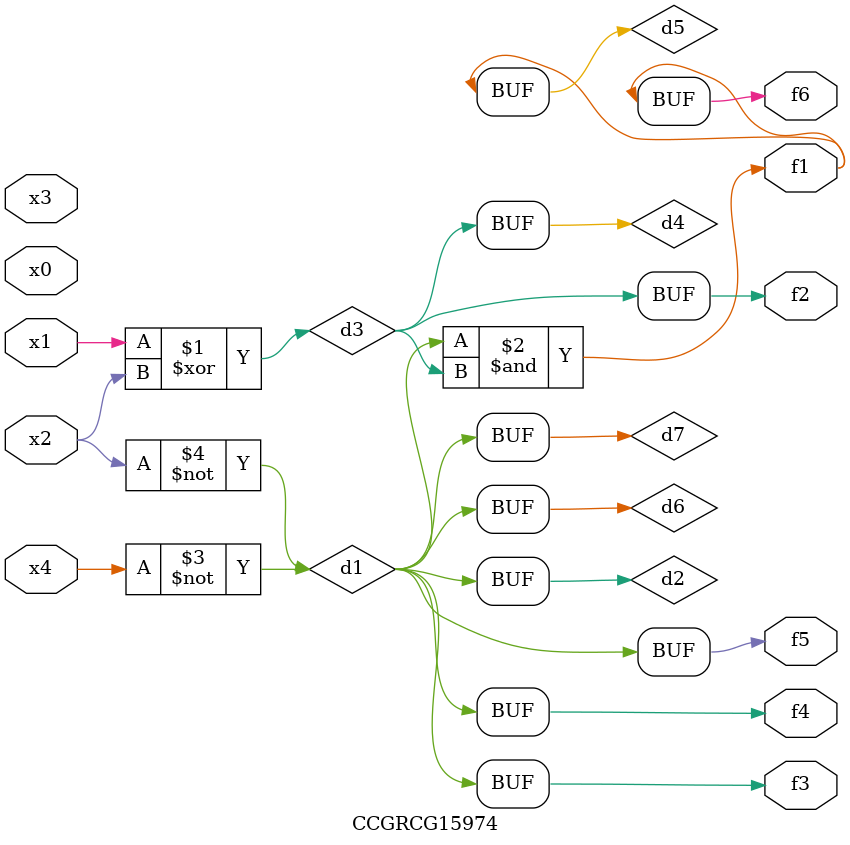
<source format=v>
module CCGRCG15974(
	input x0, x1, x2, x3, x4,
	output f1, f2, f3, f4, f5, f6
);

	wire d1, d2, d3, d4, d5, d6, d7;

	not (d1, x4);
	not (d2, x2);
	xor (d3, x1, x2);
	buf (d4, d3);
	and (d5, d1, d3);
	buf (d6, d1, d2);
	buf (d7, d2);
	assign f1 = d5;
	assign f2 = d4;
	assign f3 = d7;
	assign f4 = d7;
	assign f5 = d7;
	assign f6 = d5;
endmodule

</source>
